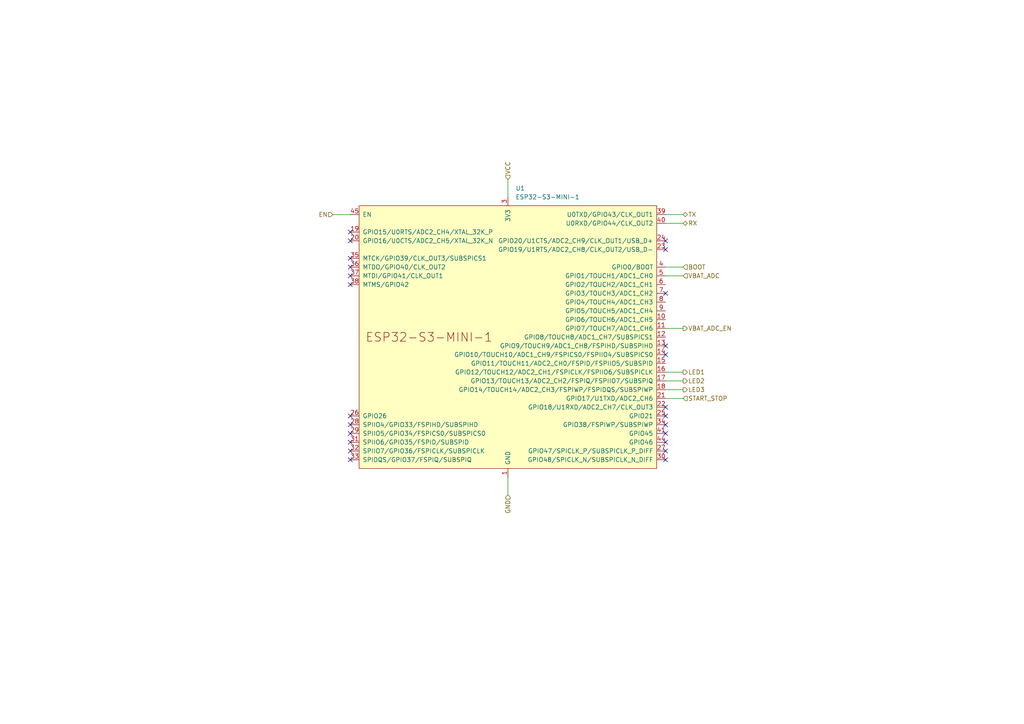
<source format=kicad_sch>
(kicad_sch (version 20230121) (generator eeschema)
  (paper "A4")
  (title_block (title "Key Fob") (date "2023-10-17") (company "J2B"))
  (lib_symbols
    (symbol "PCM_Espressif:ESP32-S3-MINI-1" (pin_names (offset 1.016))
      (property "Reference" "U" (at -43.18 43.18 0))
      (property "Value" "ESP32-S3-MINI-1" (at -43.18 40.64 0))
      (symbol "ESP32-S3-MINI-1_0_0"
        (text "ESP32-S3-MINI-1" (at -22.86 0 0) (effects (font (size 2.54 2.54))))
        (pin power_in line (at 0 -40.64 90) (length 2.54) (name "GND") (number "1"))
        (pin bidirectional line (at 45.72 5.08 180) (length 2.54) (name "GPIO6/TOUCH6/ADC1_CH5") (number "10"))
        (pin bidirectional line (at 45.72 2.54 180) (length 2.54) (name "GPIO7/TOUCH7/ADC1_CH6") (number "11"))
        (pin bidirectional line (at 45.72 0 180) (length 2.54) (name "GPIO8/TOUCH8/ADC1_CH7/SUBSPICS1") (number "12"))
        (pin bidirectional line (at 45.72 -2.54 180) (length 2.54) (name "GPIO9/TOUCH9/ADC1_CH8/FSPIHD/SUBSPIHD") (number "13"))
        (pin bidirectional line (at 45.72 -5.08 180) (length 2.54) (name "GPIO10/TOUCH10/ADC1_CH9/FSPICS0/FSPIIO4/SUBSPICS0") (number "14"))
        (pin bidirectional line (at 45.72 -7.62 180) (length 2.54) (name "GPIO11/TOUCH11/ADC2_CH0/FSPID/FSPIIO5/SUBSPID") (number "15"))
        (pin bidirectional line (at 45.72 -10.16 180) (length 2.54) (name "GPIO12/TOUCH12/ADC2_CH1/FSPICLK/FSPIIO6/SUBSPICLK") (number "16"))
        (pin bidirectional line (at 45.72 -12.7 180) (length 2.54) (name "GPIO13/TOUCH13/ADC2_CH2/FSPIQ/FSPIIO7/SUBSPIQ") (number "17"))
        (pin bidirectional line (at 45.72 -15.24 180) (length 2.54) (name "GPIO14/TOUCH14/ADC2_CH3/FSPIWP/FSPIDQS/SUBSPIWP") (number "18"))
        (pin bidirectional line (at -45.72 30.48 0) (length 2.54) (name "GPIO15/U0RTS/ADC2_CH4/XTAL_32K_P") (number "19"))
        (pin passive line (at 0 -40.64 90) (length 2.54) hide (name "GND") (number "2"))
        (pin bidirectional line (at -45.72 27.94 0) (length 2.54) (name "GPIO16/U0CTS/ADC2_CH5/XTAL_32K_N") (number "20"))
        (pin bidirectional line (at 45.72 -17.78 180) (length 2.54) (name "GPIO17/U1TXD/ADC2_CH6") (number "21"))
        (pin bidirectional line (at 45.72 -20.32 180) (length 2.54) (name "GPIO18/U1RXD/ADC2_CH7/CLK_OUT3") (number "22"))
        (pin bidirectional line (at 45.72 25.4 180) (length 2.54) (name "GPIO19/U1RTS/ADC2_CH8/CLK_OUT2/USB_D-") (number "23"))
        (pin bidirectional line (at 45.72 27.94 180) (length 2.54) (name "GPIO20/U1CTS/ADC2_CH9/CLK_OUT1/USB_D+") (number "24"))
        (pin bidirectional line (at 45.72 -22.86 180) (length 2.54) (name "GPIO21") (number "25"))
        (pin bidirectional line (at -45.72 -22.86 0) (length 2.54) (name "GPIO26") (number "26"))
        (pin bidirectional line (at 45.72 -33.02 180) (length 2.54) (name "GPIO47/SPICLK_P/SUBSPICLK_P_DIFF") (number "27"))
        (pin bidirectional line (at -45.72 -25.4 0) (length 2.54) (name "SPIIO4/GPIO33/FSPIHD/SUBSPIHD") (number "28"))
        (pin bidirectional line (at -45.72 -27.94 0) (length 2.54) (name "SPIIO5/GPIO34/FSPICS0/SUBSPICS0") (number "29"))
        (pin power_in line (at 0 40.64 270) (length 2.54) (name "3V3") (number "3"))
        (pin bidirectional line (at 45.72 -35.56 180) (length 2.54) (name "GPIO48/SPICLK_N/SUBSPICLK_N_DIFF") (number "30"))
        (pin bidirectional line (at -45.72 -30.48 0) (length 2.54) (name "SPIIO6/GPIO35/FSPID/SUBSPID") (number "31"))
        (pin bidirectional line (at -45.72 -33.02 0) (length 2.54) (name "SPIIO7/GPIO36/FSPICLK/SUBSPICLK") (number "32"))
        (pin bidirectional line (at -45.72 -35.56 0) (length 2.54) (name "SPIDQS/GPIO37/FSPIQ/SUBSPIQ") (number "33"))
        (pin bidirectional line (at 45.72 -25.4 180) (length 2.54) (name "GPIO38/FSPIWP/SUBSPIWP") (number "34"))
        (pin bidirectional line (at -45.72 22.86 0) (length 2.54) (name "MTCK/GPIO39/CLK_OUT3/SUBSPICS1") (number "35"))
        (pin bidirectional line (at -45.72 20.32 0) (length 2.54) (name "MTDO/GPIO40/CLK_OUT2") (number "36"))
        (pin bidirectional line (at -45.72 17.78 0) (length 2.54) (name "MTDI/GPIO41/CLK_OUT1") (number "37"))
        (pin bidirectional line (at -45.72 15.24 0) (length 2.54) (name "MTMS/GPIO42") (number "38"))
        (pin bidirectional line (at 45.72 35.56 180) (length 2.54) (name "U0TXD/GPIO43/CLK_OUT1") (number "39"))
        (pin bidirectional line (at 45.72 20.32 180) (length 2.54) (name "GPIO0/BOOT") (number "4"))
        (pin bidirectional line (at 45.72 33.02 180) (length 2.54) (name "U0RXD/GPIO44/CLK_OUT2") (number "40"))
        (pin bidirectional line (at 45.72 -27.94 180) (length 2.54) (name "GPIO45") (number "41"))
        (pin passive line (at 0 -40.64 90) (length 2.54) hide (name "GND") (number "42"))
        (pin passive line (at 0 -40.64 90) (length 2.54) hide (name "GND") (number "43"))
        (pin bidirectional line (at 45.72 -30.48 180) (length 2.54) (name "GPIO46") (number "44"))
        (pin input line (at -45.72 35.56 0) (length 2.54) (name "EN") (number "45"))
        (pin passive line (at 0 -40.64 90) (length 2.54) hide (name "GND") (number "46"))
        (pin passive line (at 0 -40.64 90) (length 2.54) hide (name "GND") (number "47"))
        (pin passive line (at 0 -40.64 90) (length 2.54) hide (name "GND") (number "48"))
        (pin passive line (at 0 -40.64 90) (length 2.54) hide (name "GND") (number "49"))
        (pin bidirectional line (at 45.72 17.78 180) (length 2.54) (name "GPIO1/TOUCH1/ADC1_CH0") (number "5"))
        (pin passive line (at 0 -40.64 90) (length 2.54) hide (name "GND") (number "50"))
        (pin passive line (at 0 -40.64 90) (length 2.54) hide (name "GND") (number "51"))
        (pin passive line (at 0 -40.64 90) (length 2.54) hide (name "GND") (number "52"))
        (pin passive line (at 0 -40.64 90) (length 2.54) hide (name "GND") (number "53"))
        (pin passive line (at 0 -40.64 90) (length 2.54) hide (name "GND") (number "54"))
        (pin passive line (at 0 -40.64 90) (length 2.54) hide (name "GND") (number "55"))
        (pin passive line (at 0 -40.64 90) (length 2.54) hide (name "GND") (number "56"))
        (pin passive line (at 0 -40.64 90) (length 2.54) hide (name "GND") (number "57"))
        (pin passive line (at 0 -40.64 90) (length 2.54) hide (name "GND") (number "58"))
        (pin passive line (at 0 -40.64 90) (length 2.54) hide (name "GND") (number "59"))
        (pin bidirectional line (at 45.72 15.24 180) (length 2.54) (name "GPIO2/TOUCH2/ADC1_CH1") (number "6"))
        (pin passive line (at 0 -40.64 90) (length 2.54) hide (name "GND") (number "60"))
        (pin passive line (at 0 -40.64 90) (length 2.54) hide (name "GND") (number "61"))
        (pin passive line (at 0 -40.64 90) (length 2.54) hide (name "GND") (number "62"))
        (pin passive line (at 0 -40.64 90) (length 2.54) hide (name "GND") (number "63"))
        (pin passive line (at 0 -40.64 90) (length 2.54) hide (name "GND") (number "64"))
        (pin passive line (at 0 -40.64 90) (length 2.54) hide (name "GND") (number "65"))
        (pin bidirectional line (at 45.72 12.7 180) (length 2.54) (name "GPIO3/TOUCH3/ADC1_CH2") (number "7"))
        (pin bidirectional line (at 45.72 10.16 180) (length 2.54) (name "GPIO4/TOUCH4/ADC1_CH3") (number "8"))
        (pin bidirectional line (at 45.72 7.62 180) (length 2.54) (name "GPIO5/TOUCH5/ADC1_CH4") (number "9"))
      )
      (symbol "ESP32-S3-MINI-1_0_1"
        (rectangle (start -43.18 38.1) (end 43.18 -38.1) (fill (type background)))
      )
    )
  )
  (no_connect (at 193.04 100.33))
  (no_connect (at 193.04 85.09))
  (no_connect (at 101.6 123.19))
  (no_connect (at 193.04 120.65))
  (no_connect (at 101.6 133.35))
  (no_connect (at 193.04 123.19))
  (no_connect (at 193.04 130.81))
  (no_connect (at 101.6 120.65))
  (no_connect (at 193.04 125.73))
  (no_connect (at 101.6 128.27))
  (no_connect (at 193.04 133.35))
  (no_connect (at 193.04 72.39))
  (no_connect (at 101.6 130.81))
  (no_connect (at 101.6 82.55))
  (no_connect (at 101.6 77.47))
  (no_connect (at 193.04 69.85))
  (no_connect (at 101.6 67.31))
  (no_connect (at 193.04 102.87))
  (no_connect (at 101.6 80.01))
  (no_connect (at 101.6 74.93))
  (no_connect (at 193.04 118.11))
  (no_connect (at 101.6 125.73))
  (no_connect (at 101.6 69.85))
  (no_connect (at 193.04 128.27))
  (wire (pts (xy 193.04 80.01) (xy 198.12 80.01)))
  (wire (pts (xy 193.04 113.03) (xy 198.12 113.03)))
  (wire (pts (xy 193.04 64.77) (xy 198.12 64.77)))
  (wire (pts (xy 193.04 62.23) (xy 198.12 62.23)))
  (wire (pts (xy 193.04 107.95) (xy 198.12 107.95)))
  (wire (pts (xy 193.04 77.47) (xy 198.12 77.47)))
  (wire (pts (xy 193.04 95.25) (xy 198.12 95.25)))
  (wire (pts (xy 193.04 115.57) (xy 198.12 115.57)))
  (wire (pts (xy 147.32 52.07) (xy 147.32 57.15)))
  (wire (pts (xy 193.04 110.49) (xy 198.12 110.49)))
  (wire (pts (xy 96.52 62.23) (xy 101.6 62.23)))
  (wire (pts (xy 147.32 138.43) (xy 147.32 143.51)))
  (hierarchical_label "VBAT_ADC" (shape input) (at 198.12 80.01 0))
  (hierarchical_label "BOOT" (shape input) (at 198.12 77.47 0))
  (hierarchical_label "VCC" (shape input) (at 147.32 52.07 90))
  (hierarchical_label "LED2" (shape output) (at 198.12 110.49 0))
  (hierarchical_label "RX" (shape bidirectional) (at 198.12 64.77 0))
  (hierarchical_label "EN" (shape input) (at 96.52 62.23 180))
  (hierarchical_label "TX" (shape bidirectional) (at 198.12 62.23 0))
  (hierarchical_label "START_STOP" (shape input) (at 198.12 115.57 0))
  (hierarchical_label "GND" (shape input) (at 147.32 143.51 270))
  (hierarchical_label "LED1" (shape output) (at 198.12 107.95 0))
  (hierarchical_label "LED3" (shape output) (at 198.12 113.03 0))
  (hierarchical_label "VBAT_ADC_EN" (shape output) (at 198.12 95.25 0))
  (symbol (lib_id "PCM_Espressif:ESP32-S3-MINI-1") (at 147.32 97.79 0) (unit 1)
    (property "Reference" "U1" (at 149.5141 54.61 0) (effects (justify left)))
    (property "Value" "ESP32-S3-MINI-1" (at 149.5141 57.15 0) (effects (justify left)))
    (property "Footprint" "PCM_Espressif:ESP32-S3-MINI-1" (effects hide))
    (property "Datasheet" "https://www.espressif.com/sites/default/files/documentation/esp32-s3-mini-1_mini-1u_datasheet_en.pdf" (effects hide))
    (property "MPN" "C2913206" (effects hide))
  )
)
</source>
